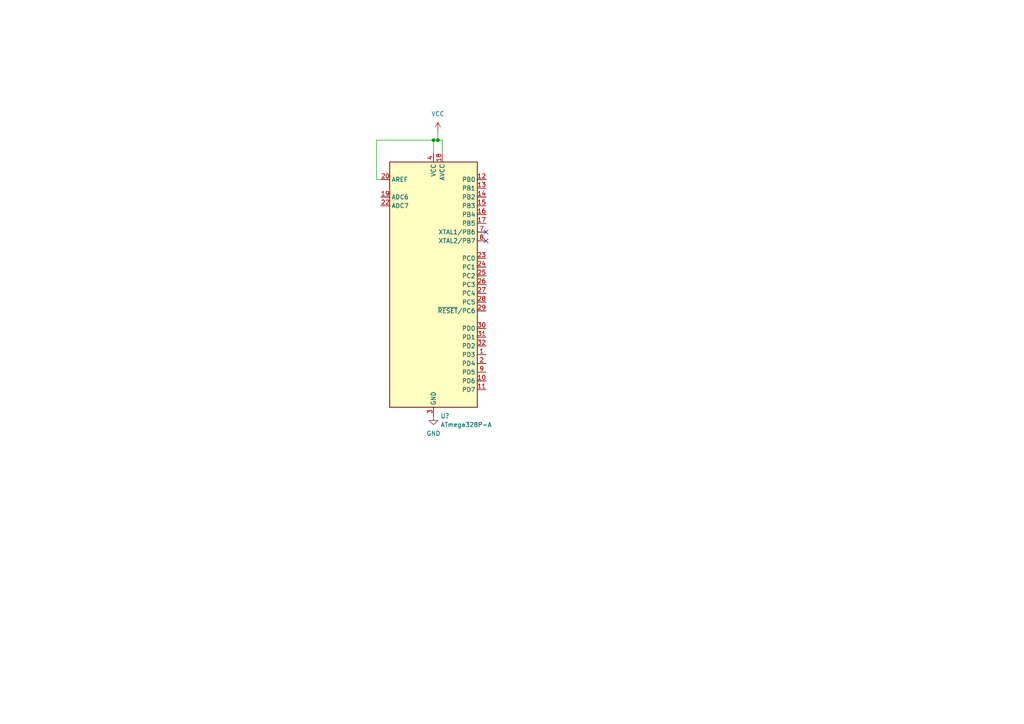
<source format=kicad_sch>
(kicad_sch (version 20211123) (generator eeschema)
  (paper "A4")
  (lib_symbols
    (symbol "MCU_Microchip_ATmega:ATmega328P-A"
      (property "Reference" "U" (at -12.7 36.83 0))
      (property "Value" "ATmega328P-A" (at 2.54 -36.83 0))
      (symbol "ATmega328P-A_0_1"
        (rectangle (start -12.7 -35.56) (end 12.7 35.56) (stroke (width 0.254)) (fill (type background)))
      )
      (symbol "ATmega328P-A_1_1"
        (pin bidirectional line (at 15.24 -20.32 180) (length 2.54) (name "PD3") (number "1"))
        (pin bidirectional line (at 15.24 -27.94 180) (length 2.54) (name "PD6") (number "10"))
        (pin bidirectional line (at 15.24 -30.48 180) (length 2.54) (name "PD7") (number "11"))
        (pin bidirectional line (at 15.24 30.48 180) (length 2.54) (name "PB0") (number "12"))
        (pin bidirectional line (at 15.24 27.94 180) (length 2.54) (name "PB1") (number "13"))
        (pin bidirectional line (at 15.24 25.4 180) (length 2.54) (name "PB2") (number "14"))
        (pin bidirectional line (at 15.24 22.86 180) (length 2.54) (name "PB3") (number "15"))
        (pin bidirectional line (at 15.24 20.32 180) (length 2.54) (name "PB4") (number "16"))
        (pin bidirectional line (at 15.24 17.78 180) (length 2.54) (name "PB5") (number "17"))
        (pin power_in line (at 2.54 38.1 270) (length 2.54) (name "AVCC") (number "18"))
        (pin input line (at -15.24 25.4 0) (length 2.54) (name "ADC6") (number "19"))
        (pin bidirectional line (at 15.24 -22.86 180) (length 2.54) (name "PD4") (number "2"))
        (pin passive line (at -15.24 30.48 0) (length 2.54) (name "AREF") (number "20"))
        (pin passive line (at 0 -38.1 90) (length 2.54) hide (name "GND") (number "21"))
        (pin input line (at -15.24 22.86 0) (length 2.54) (name "ADC7") (number "22"))
        (pin bidirectional line (at 15.24 7.62 180) (length 2.54) (name "PC0") (number "23"))
        (pin bidirectional line (at 15.24 5.08 180) (length 2.54) (name "PC1") (number "24"))
        (pin bidirectional line (at 15.24 2.54 180) (length 2.54) (name "PC2") (number "25"))
        (pin bidirectional line (at 15.24 0 180) (length 2.54) (name "PC3") (number "26"))
        (pin bidirectional line (at 15.24 -2.54 180) (length 2.54) (name "PC4") (number "27"))
        (pin bidirectional line (at 15.24 -5.08 180) (length 2.54) (name "PC5") (number "28"))
        (pin bidirectional line (at 15.24 -7.62 180) (length 2.54) (name "~{RESET}/PC6") (number "29"))
        (pin power_in line (at 0 -38.1 90) (length 2.54) (name "GND") (number "3"))
        (pin bidirectional line (at 15.24 -12.7 180) (length 2.54) (name "PD0") (number "30"))
        (pin bidirectional line (at 15.24 -15.24 180) (length 2.54) (name "PD1") (number "31"))
        (pin bidirectional line (at 15.24 -17.78 180) (length 2.54) (name "PD2") (number "32"))
        (pin power_in line (at 0 38.1 270) (length 2.54) (name "VCC") (number "4"))
        (pin passive line (at 0 -38.1 90) (length 2.54) hide (name "GND") (number "5"))
        (pin passive line (at 0 38.1 270) (length 2.54) hide (name "VCC") (number "6"))
        (pin bidirectional line (at 15.24 15.24 180) (length 2.54) (name "XTAL1/PB6") (number "7"))
        (pin bidirectional line (at 15.24 12.7 180) (length 2.54) (name "XTAL2/PB7") (number "8"))
        (pin bidirectional line (at 15.24 -25.4 180) (length 2.54) (name "PD5") (number "9"))
      )
    )
    (symbol "power:GND" (power) (pin_names (offset 0))
      (property "Value" "GND" (at 0 -3.81 0))
      (symbol "GND_0_1"
        (polyline (pts (xy 0 0) (xy 0 -1.27) (xy 1.27 -1.27) (xy 0 -2.54) (xy -1.27 -1.27) (xy 0 -1.27)))
      )
      (symbol "GND_1_1"
        (pin power_in line (at 0 0 270) (length 0) hide (name "GND") (number "1"))
      )
    )
    (symbol "power:VCC" (power) (pin_names (offset 0))
      (property "Value" "VCC" (at 0 3.81 0))
      (symbol "VCC_0_1"
        (polyline (pts (xy -0.762 1.27) (xy 0 2.54)))
        (polyline (pts (xy 0 0) (xy 0 2.54)))
        (polyline (pts (xy 0 2.54) (xy 0.762 1.27)))
      )
      (symbol "VCC_1_1"
        (pin power_in line (at 0 0 90) (length 0) hide (name "VCC") (number "1"))
      )
    )
  )
  (junction (at 127 40.64))
  (junction (at 125.73 40.64))
  (no_connect (at 140.97 67.31))
  (no_connect (at 140.97 69.85))
  (wire (pts (xy 128.27 44.45) (xy 128.27 40.64)))
  (wire (pts (xy 127 40.64) (xy 125.73 40.64)))
  (wire (pts (xy 125.73 40.64) (xy 109.22 40.64)))
  (wire (pts (xy 125.73 40.64) (xy 125.73 44.45)))
  (wire (pts (xy 109.22 40.64) (xy 109.22 52.07)))
  (wire (pts (xy 127 40.64) (xy 128.27 40.64)))
  (wire (pts (xy 109.22 52.07) (xy 110.49 52.07)))
  (wire (pts (xy 127 38.1) (xy 127 40.64)))
  (symbol (lib_id "power:VCC") (at 127 38.1 0) (unit 1)
    (property "Reference" "#PWR?" (effects hide))
    (property "Value" "VCC" (at 127 33.02 0))
  )
  (symbol (lib_id "power:GND") (at 125.73 120.65 0) (unit 1)
    (property "Reference" "#PWR?" (effects hide))
    (property "Value" "GND" (at 125.73 125.73 0))
  )
  (symbol (lib_id "MCU_Microchip_ATmega:ATmega328P-A") (at 125.73 82.55 0) (unit 1)
    (property "Reference" "U?" (at 127.7494 120.65 0) (effects (justify left)))
    (property "Value" "ATmega328P-A" (at 127.7494 123.19 0) (effects (justify left)))
    (property "Footprint" "Package_QFP:TQFP-32_7x7mm_P0.8mm" (effects hide))
    (property "Datasheet" "http://ww1.microchip.com/downloads/en/DeviceDoc/ATmega328_P%20AVR%20MCU%20with%20picoPower%20Technology%20Data%20Sheet%2040001984A.pdf" (effects hide))
  )
)
</source>
